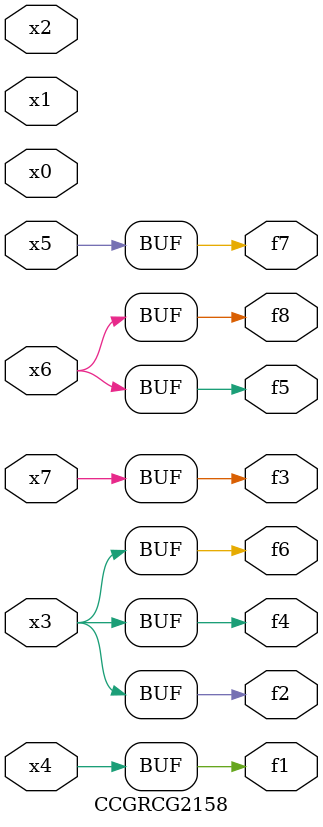
<source format=v>
module CCGRCG2158(
	input x0, x1, x2, x3, x4, x5, x6, x7,
	output f1, f2, f3, f4, f5, f6, f7, f8
);
	assign f1 = x4;
	assign f2 = x3;
	assign f3 = x7;
	assign f4 = x3;
	assign f5 = x6;
	assign f6 = x3;
	assign f7 = x5;
	assign f8 = x6;
endmodule

</source>
